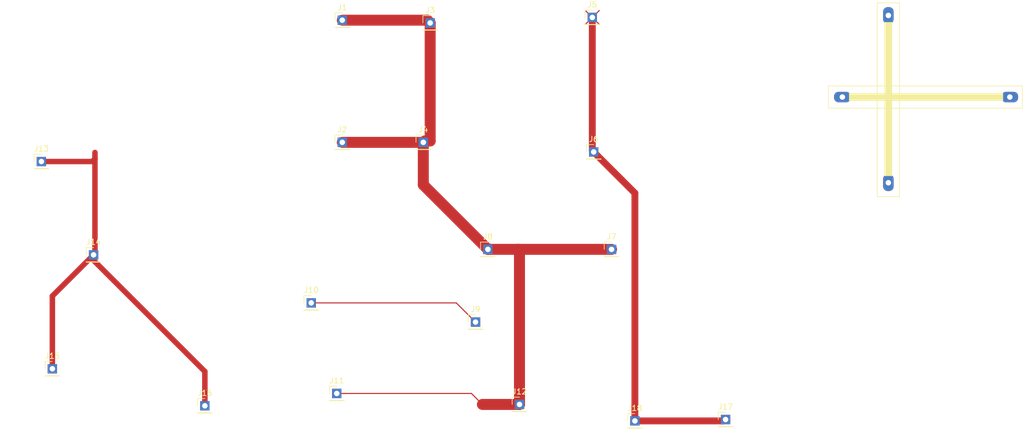
<source format=kicad_pcb>
(kicad_pcb (version 20240108) (generator "pcbnew") (generator_version "8.0")
  (layers (0 "F.Cu" signal) (31 "B.Cu" signal) (34 "B.Paste" user) (35 "F.Paste" user) (36 "B.SilkS" user "B.Silkscreen") (37 "F.SilkS" user "F.Silkscreen") (38 "B.Mask" user) (39 "F.Mask" user) (44 "Edge.Cuts" user))
  (net 0 "")
  (net 1 "Global_1")
  (net 2 "/net_2")
  (net 3 "Global_2")
  (net 4 "/net_3")
  (footprint "Connector_PinHeader_2.54mm:PinHeader_1x01_P2.54mm_Vertical" (layer "F.Cu") (at 135.25 82)
    (property "Reference" "J2" (at 0 -2.33 0) (layer "F.SilkS"))
    (property "Value" "Conn_01x01_Socket")
    (fp_line (start -1.33 -1.33) (end 0 -1.33) (stroke (width 0.12)) (layer "F.SilkS"))
    (fp_line (start -1.33 0) (end -1.33 -1.33) (stroke (width 0.12)) (layer "F.SilkS"))
    (fp_line (start -1.33 1.27) (end -1.33 1.33) (stroke (width 0.12)) (layer "F.SilkS"))
    (fp_line (start -1.33 1.27) (end 1.33 1.27) (stroke (width 0.12)) (layer "F.SilkS"))
    (fp_line (start -1.33 1.33) (end 1.33 1.33) (stroke (width 0.12)) (layer "F.SilkS"))
    (fp_line (start 1.33 1.27) (end 1.33 1.33) (stroke (width 0.12)) (layer "F.SilkS"))
    (pad "1" thru_hole rect (at 0 0) (size 1.7 1.7) (drill 1) (layers "*.Cu" "*.Mask") (net 1 "Global_1"))
  )
  (footprint "Connector_PinHeader_2.54mm:PinHeader_1x01_P2.54mm_Vertical" (layer "F.Cu") (at 135.25 59.75)
    (property "Reference" "J1" (at 0 -2.33 0) (layer "F.SilkS"))
    (property "Value" "Conn_01x01_Socket")
    (fp_line (start -1.33 -1.33) (end 0 -1.33) (stroke (width 0.12)) (layer "F.SilkS"))
    (fp_line (start -1.33 0) (end -1.33 -1.33) (stroke (width 0.12)) (layer "F.SilkS"))
    (fp_line (start -1.33 1.27) (end -1.33 1.33) (stroke (width 0.12)) (layer "F.SilkS"))
    (fp_line (start -1.33 1.27) (end 1.33 1.27) (stroke (width 0.12)) (layer "F.SilkS"))
    (fp_line (start -1.33 1.33) (end 1.33 1.33) (stroke (width 0.12)) (layer "F.SilkS"))
    (fp_line (start 1.33 1.27) (end 1.33 1.33) (stroke (width 0.12)) (layer "F.SilkS"))
    (pad "1" thru_hole rect (at 0 0) (size 1.7 1.7) (drill 1) (layers "*.Cu" "*.Mask") (net 1 "Global_1"))
  )
  (footprint "Connector_PinHeader_2.54mm:PinHeader_1x01_P2.54mm_Vertical" (layer "F.Cu") (at 110.25 130)
    (property "Reference" "J16" (at 0 -2.33 0) (layer "F.SilkS"))
    (property "Value" "Conn_01x01_Socket")
    (fp_line (start -1.33 -1.33) (end 0 -1.33) (stroke (width 0.12)) (layer "F.SilkS"))
    (fp_line (start -1.33 0) (end -1.33 -1.33) (stroke (width 0.12)) (layer "F.SilkS"))
    (fp_line (start -1.33 1.27) (end -1.33 1.33) (stroke (width 0.12)) (layer "F.SilkS"))
    (fp_line (start -1.33 1.27) (end 1.33 1.27) (stroke (width 0.12)) (layer "F.SilkS"))
    (fp_line (start -1.33 1.33) (end 1.33 1.33) (stroke (width 0.12)) (layer "F.SilkS"))
    (fp_line (start 1.33 1.27) (end 1.33 1.33) (stroke (width 0.12)) (layer "F.SilkS"))
    (pad "1" thru_hole rect (at 0 0) (size 1.7 1.7) (drill 1) (layers "*.Cu" "*.Mask") (net 4 "/net_3"))
  )
  (footprint "Connector_PinHeader_2.54mm:PinHeader_1x01_P2.54mm_Vertical" (layer "F.Cu") (at 159.5 114.75)
    (property "Reference" "J9" (at 0 -2.33 0) (layer "F.SilkS"))
    (property "Value" "Conn_01x01_Socket")
    (fp_line (start -1.33 -1.33) (end 0 -1.33) (stroke (width 0.12)) (layer "F.SilkS"))
    (fp_line (start -1.33 0) (end -1.33 -1.33) (stroke (width 0.12)) (layer "F.SilkS"))
    (fp_line (start -1.33 1.27) (end -1.33 1.33) (stroke (width 0.12)) (layer "F.SilkS"))
    (fp_line (start -1.33 1.27) (end 1.33 1.27) (stroke (width 0.12)) (layer "F.SilkS"))
    (fp_line (start -1.33 1.33) (end 1.33 1.33) (stroke (width 0.12)) (layer "F.SilkS"))
    (fp_line (start 1.33 1.27) (end 1.33 1.33) (stroke (width 0.12)) (layer "F.SilkS"))
    (pad "1" thru_hole rect (at 0 0) (size 1.7 1.7) (drill 1) (layers "*.Cu" "*.Mask") (net 3 "Global_2"))
  )
  (footprint "Connector_PinHeader_2.54mm:PinHeader_1x01_P2.54mm_Vertical" (layer "F.Cu") (at 167.5 129.75)
    (property "Reference" "J12" (at 0 -2.33 0) (layer "F.SilkS"))
    (property "Value" "Conn_01x01_Socket")
    (fp_line (start -1.33 -1.33) (end 0 -1.33) (stroke (width 0.12)) (layer "F.SilkS"))
    (fp_line (start -1.33 0) (end -1.33 -1.33) (stroke (width 0.12)) (layer "F.SilkS"))
    (fp_line (start -1.33 1.27) (end -1.33 1.33) (stroke (width 0.12)) (layer "F.SilkS"))
    (fp_line (start -1.33 1.27) (end 1.33 1.27) (stroke (width 0.12)) (layer "F.SilkS"))
    (fp_line (start -1.33 1.33) (end 1.33 1.33) (stroke (width 0.12)) (layer "F.SilkS"))
    (fp_line (start 1.33 1.27) (end 1.33 1.33) (stroke (width 0.12)) (layer "F.SilkS"))
    (pad "1" thru_hole rect (at 0 0) (size 1.7 1.7) (drill 1) (layers "*.Cu" "*.Mask") (net 1 "Global_1"))
  )
  (footprint "Connector_PinHeader_2.54mm:PinHeader_1x01_P2.54mm_Vertical" (layer "F.Cu") (at 134.25 127.75)
    (property "Reference" "J11" (at 0 -2.33 0) (layer "F.SilkS"))
    (property "Value" "Conn_01x01_Socket")
    (fp_line (start -1.33 -1.33) (end 0 -1.33) (stroke (width 0.12)) (layer "F.SilkS"))
    (fp_line (start -1.33 0) (end -1.33 -1.33) (stroke (width 0.12)) (layer "F.SilkS"))
    (fp_line (start -1.33 1.27) (end -1.33 1.33) (stroke (width 0.12)) (layer "F.SilkS"))
    (fp_line (start -1.33 1.27) (end 1.33 1.27) (stroke (width 0.12)) (layer "F.SilkS"))
    (fp_line (start -1.33 1.33) (end 1.33 1.33) (stroke (width 0.12)) (layer "F.SilkS"))
    (fp_line (start 1.33 1.27) (end 1.33 1.33) (stroke (width 0.12)) (layer "F.SilkS"))
    (pad "1" thru_hole rect (at 0 0) (size 1.7 1.7) (drill 1) (layers "*.Cu" "*.Mask") (net 1 "Global_1"))
  )
  (footprint "Connector_PinHeader_2.54mm:PinHeader_1x01_P2.54mm_Vertical" (layer "F.Cu") (at 181 83.75)
    (property "Reference" "J6" (at 0 -2.33 0) (layer "F.SilkS"))
    (property "Value" "Conn_01x01_Socket")
    (fp_line (start -1.33 -1.33) (end 0 -1.33) (stroke (width 0.12)) (layer "F.SilkS"))
    (fp_line (start -1.33 0) (end -1.33 -1.33) (stroke (width 0.12)) (layer "F.SilkS"))
    (fp_line (start -1.33 1.27) (end -1.33 1.33) (stroke (width 0.12)) (layer "F.SilkS"))
    (fp_line (start -1.33 1.27) (end 1.33 1.27) (stroke (width 0.12)) (layer "F.SilkS"))
    (fp_line (start -1.33 1.33) (end 1.33 1.33) (stroke (width 0.12)) (layer "F.SilkS"))
    (fp_line (start 1.33 1.27) (end 1.33 1.33) (stroke (width 0.12)) (layer "F.SilkS"))
    (pad "1" thru_hole rect (at 0 0) (size 1.7 1.7) (drill 1) (layers "*.Cu" "*.Mask") (net 2 "/net_2"))
  )
  (footprint "JumperWires:Jumper-Wire_30mm_Blue" (layer "F.Cu") (at 234.627 89.363 90)
    (property "Reference" "REF**" (hide yes))
    (property "Value" "Jumper-Wire_30mm_Blue")
    (fp_line (start 32.766 -2.032) (end 32.766 2.032) (stroke (width 0.12)) (layer "F.SilkS"))
    (fp_line (start -2.54 -2.032) (end 32.766 -2.032) (stroke (width 0.12)) (layer "F.SilkS"))
    (fp_line (start 32.766 2.032) (end -2.54 2.032) (stroke (width 0.12)) (layer "F.SilkS"))
    (fp_line (start -2.54 2.032) (end -2.54 -2.032) (stroke (width 0.12)) (layer "F.SilkS"))
    (fp_poly (pts (xy 29.21 0.635) (xy 1.27 0.635) (xy 1.27 -0.635) (xy 29.21 -0.635)) (stroke (width 0.1)) (fill solid) (layer "F.SilkS"))
    (pad "1" thru_hole roundrect (at 0 0 90) (size 3 1.9) (drill 1) (layers "In1.Cu" "In2.Cu" "In3.Cu" "In4.Cu" "In5.Cu" "In6.Cu" "In7.Cu" "In8.Cu" "In9.Cu" "In10.Cu" "In11.Cu" "In12.Cu" "In13.Cu" "In14.Cu" "In15.Cu" "In16.Cu" "In17.Cu" "In18.Cu" "In19.Cu" "In20.Cu" "In21.Cu" "In22.Cu" "In23.Cu" "In24.Cu" "In25.Cu" "In26.Cu" "In27.Cu" "In28.Cu" "In29.Cu" "In30.Cu" "B.Cu") (roundrect_rratio 0.421))
    (pad "2" thru_hole roundrect (at 30.48 0 90) (size 3 1.9) (drill 1) (layers "In1.Cu" "In2.Cu" "In3.Cu" "In4.Cu" "In5.Cu" "In6.Cu" "In7.Cu" "In8.Cu" "In9.Cu" "In10.Cu" "In11.Cu" "In12.Cu" "In13.Cu" "In14.Cu" "In15.Cu" "In16.Cu" "In17.Cu" "In18.Cu" "In19.Cu" "In20.Cu" "In21.Cu" "In22.Cu" "In23.Cu" "In24.Cu" "In25.Cu" "In26.Cu" "In27.Cu" "In28.Cu" "In29.Cu" "In30.Cu" "B.Cu") (roundrect_rratio 0.421))
  )
  (footprint "Connector_PinHeader_2.54mm:PinHeader_1x01_P2.54mm_Vertical" (layer "F.Cu") (at 82.5 123.25)
    (property "Reference" "J15" (at 0 -2.33 0) (layer "F.SilkS"))
    (property "Value" "Conn_01x01_Socket")
    (fp_line (start -1.33 -1.33) (end 0 -1.33) (stroke (width 0.12)) (layer "F.SilkS"))
    (fp_line (start -1.33 0) (end -1.33 -1.33) (stroke (width 0.12)) (layer "F.SilkS"))
    (fp_line (start -1.33 1.27) (end -1.33 1.33) (stroke (width 0.12)) (layer "F.SilkS"))
    (fp_line (start -1.33 1.27) (end 1.33 1.27) (stroke (width 0.12)) (layer "F.SilkS"))
    (fp_line (start -1.33 1.33) (end 1.33 1.33) (stroke (width 0.12)) (layer "F.SilkS"))
    (fp_line (start 1.33 1.27) (end 1.33 1.33) (stroke (width 0.12)) (layer "F.SilkS"))
    (pad "1" thru_hole rect (at 0 0) (size 1.7 1.7) (drill 1) (layers "*.Cu" "*.Mask") (net 4 "/net_3"))
  )
  (footprint "Connector_PinHeader_2.54mm:PinHeader_1x01_P2.54mm_Vertical" (layer "F.Cu") (at 129.6 111.25)
    (property "Reference" "J10" (at 0 -2.33 0) (layer "F.SilkS"))
    (property "Value" "Conn_01x01_Socket")
    (fp_line (start -1.33 -1.33) (end 0 -1.33) (stroke (width 0.12)) (layer "F.SilkS"))
    (fp_line (start -1.33 0) (end -1.33 -1.33) (stroke (width 0.12)) (layer "F.SilkS"))
    (fp_line (start -1.33 1.27) (end -1.33 1.33) (stroke (width 0.12)) (layer "F.SilkS"))
    (fp_line (start -1.33 1.27) (end 1.33 1.27) (stroke (width 0.12)) (layer "F.SilkS"))
    (fp_line (start -1.33 1.33) (end 1.33 1.33) (stroke (width 0.12)) (layer "F.SilkS"))
    (fp_line (start 1.33 1.27) (end 1.33 1.33) (stroke (width 0.12)) (layer "F.SilkS"))
    (pad "1" thru_hole rect (at 0 0) (size 1.7 1.7) (drill 1) (layers "*.Cu" "*.Mask") (net 3 "Global_2"))
  )
  (footprint "Connector_PinHeader_2.54mm:PinHeader_1x01_P2.54mm_Vertical" (layer "F.Cu") (at 90 102.5)
    (property "Reference" "J14" (at 0 -2.33 0) (layer "F.SilkS"))
    (property "Value" "Conn_01x01_Socket")
    (fp_line (start -1.33 -1.33) (end 0 -1.33) (stroke (width 0.12)) (layer "F.SilkS"))
    (fp_line (start -1.33 0) (end -1.33 -1.33) (stroke (width 0.12)) (layer "F.SilkS"))
    (fp_line (start -1.33 1.27) (end -1.33 1.33) (stroke (width 0.12)) (layer "F.SilkS"))
    (fp_line (start -1.33 1.27) (end 1.33 1.27) (stroke (width 0.12)) (layer "F.SilkS"))
    (fp_line (start -1.33 1.33) (end 1.33 1.33) (stroke (width 0.12)) (layer "F.SilkS"))
    (fp_line (start 1.33 1.27) (end 1.33 1.33) (stroke (width 0.12)) (layer "F.SilkS"))
    (pad "1" thru_hole rect (at 0 0) (size 1.7 1.7) (drill 1) (layers "*.Cu" "*.Mask") (net 4 "/net_3"))
  )
  (footprint "Connector_PinHeader_2.54mm:PinHeader_1x01_P2.54mm_Vertical" (layer "F.Cu") (at 184.25 101.5)
    (property "Reference" "J7" (at 0 -2.33 0) (layer "F.SilkS"))
    (property "Value" "Conn_01x01_Socket")
    (fp_line (start -1.33 -1.33) (end 0 -1.33) (stroke (width 0.12)) (layer "F.SilkS"))
    (fp_line (start -1.33 0) (end -1.33 -1.33) (stroke (width 0.12)) (layer "F.SilkS"))
    (fp_line (start -1.33 1.27) (end -1.33 1.33) (stroke (width 0.12)) (layer "F.SilkS"))
    (fp_line (start -1.33 1.27) (end 1.33 1.27) (stroke (width 0.12)) (layer "F.SilkS"))
    (fp_line (start -1.33 1.33) (end 1.33 1.33) (stroke (width 0.12)) (layer "F.SilkS"))
    (fp_line (start 1.33 1.27) (end 1.33 1.33) (stroke (width 0.12)) (layer "F.SilkS"))
    (pad "1" thru_hole rect (at 0 0) (size 1.7 1.7) (drill 1) (layers "*.Cu" "*.Mask") (net 1 "Global_1"))
  )
  (footprint "Connector_PinHeader_2.54mm:PinHeader_1x01_P2.54mm_Vertical" (layer "F.Cu") (at 180.75 59.25)
    (property "Reference" "J5" (at 0 -2.33 0) (layer "F.SilkS"))
    (property "Value" "Conn_01x01_Socket")
    (fp_line (start -1.33 -1.33) (end 0 -1.33) (stroke (width 0.12)) (layer "F.SilkS"))
    (fp_line (start -1.33 0) (end -1.33 -1.33) (stroke (width 0.12)) (layer "F.SilkS"))
    (fp_line (start -1.33 1.27) (end -1.33 1.33) (stroke (width 0.12)) (layer "F.SilkS"))
    (fp_line (start -1.33 1.27) (end 1.33 1.27) (stroke (width 0.12)) (layer "F.SilkS"))
    (fp_line (start -1.33 1.33) (end 1.33 1.33) (stroke (width 0.12)) (layer "F.SilkS"))
    (fp_line (start 1.33 1.27) (end 1.33 1.33) (stroke (width 0.12)) (layer "F.SilkS"))
    (pad "1" thru_hole rect (at 0 0) (size 1.7 1.7) (drill 1) (layers "*.Cu" "*.Mask") (net 2 "/net_2"))
  )
  (footprint "Connector_PinHeader_2.54mm:PinHeader_1x01_P2.54mm_Vertical" (layer "F.Cu") (at 205 132.5)
    (property "Reference" "J17" (at 0 -2.33 0) (layer "F.SilkS"))
    (property "Value" "Conn_01x01_Socket")
    (fp_line (start -1.33 -1.33) (end 0 -1.33) (stroke (width 0.12)) (layer "F.SilkS"))
    (fp_line (start -1.33 0) (end -1.33 -1.33) (stroke (width 0.12)) (layer "F.SilkS"))
    (fp_line (start -1.33 1.27) (end -1.33 1.33) (stroke (width 0.12)) (layer "F.SilkS"))
    (fp_line (start -1.33 1.27) (end 1.33 1.27) (stroke (width 0.12)) (layer "F.SilkS"))
    (fp_line (start -1.33 1.33) (end 1.33 1.33) (stroke (width 0.12)) (layer "F.SilkS"))
    (fp_line (start 1.33 1.27) (end 1.33 1.33) (stroke (width 0.12)) (layer "F.SilkS"))
    (pad "1" thru_hole rect (at 0 0) (size 1.7 1.7) (drill 1) (layers "*.Cu" "*.Mask") (net 2 "/net_2"))
  )
  (footprint "Connector_PinHeader_2.54mm:PinHeader_1x01_P2.54mm_Vertical" (layer "F.Cu") (at 161.75 101.5)
    (property "Reference" "J8" (at 0 -2.33 0) (layer "F.SilkS"))
    (property "Value" "Conn_01x01_Socket")
    (fp_line (start -1.33 -1.33) (end 0 -1.33) (stroke (width 0.12)) (layer "F.SilkS"))
    (fp_line (start -1.33 0) (end -1.33 -1.33) (stroke (width 0.12)) (layer "F.SilkS"))
    (fp_line (start -1.33 1.27) (end -1.33 1.33) (stroke (width 0.12)) (layer "F.SilkS"))
    (fp_line (start -1.33 1.27) (end 1.33 1.27) (stroke (width 0.12)) (layer "F.SilkS"))
    (fp_line (start -1.33 1.33) (end 1.33 1.33) (stroke (width 0.12)) (layer "F.SilkS"))
    (fp_line (start 1.33 1.27) (end 1.33 1.33) (stroke (width 0.12)) (layer "F.SilkS"))
    (pad "1" thru_hole rect (at 0 0) (size 1.7 1.7) (drill 1) (layers "*.Cu" "*.Mask") (net 1 "Global_1"))
  )
  (footprint "JumperWires:Jumper-Wire_30mm_Blue" (layer "F.Cu") (at 226.25 73.75)
    (property "Reference" "REF**" (hide yes))
    (property "Value" "Jumper-Wire_30mm_Blue")
    (fp_line (start -2.54 -2.032) (end 32.766 -2.032) (stroke (width 0.12)) (layer "F.SilkS"))
    (fp_line (start -2.54 2.032) (end -2.54 -2.032) (stroke (width 0.12)) (layer "F.SilkS"))
    (fp_line (start 32.766 -2.032) (end 32.766 2.032) (stroke (width 0.12)) (layer "F.SilkS"))
    (fp_line (start 32.766 2.032) (end -2.54 2.032) (stroke (width 0.12)) (layer "F.SilkS"))
    (fp_poly (pts (xy 29.21 0.635) (xy 1.27 0.635) (xy 1.27 -0.635) (xy 29.21 -0.635)) (stroke (width 0.1)) (fill solid) (layer "F.SilkS"))
    (pad "1" thru_hole roundrect (at 0 0) (size 3 1.9) (drill 1) (layers "B.Cu") (roundrect_rratio 0.421))
    (pad "2" thru_hole roundrect (at 30.48 0) (size 3 1.9) (drill 1) (layers "B.Cu") (roundrect_rratio 0.421))
  )
  (footprint "Connector_PinHeader_2.54mm:PinHeader_1x01_P2.54mm_Vertical" (layer "F.Cu") (at 150 82)
    (property "Reference" "J4" (at 0 -2.33 0) (layer "F.SilkS"))
    (property "Value" "Conn_01x01_Socket")
    (fp_line (start -1.33 -1.33) (end 0 -1.33) (stroke (width 0.12)) (layer "F.SilkS"))
    (fp_line (start -1.33 0) (end -1.33 -1.33) (stroke (width 0.12)) (layer "F.SilkS"))
    (fp_line (start -1.33 1.27) (end -1.33 1.33) (stroke (width 0.12)) (layer "F.SilkS"))
    (fp_line (start -1.33 1.27) (end 1.33 1.27) (stroke (width 0.12)) (layer "F.SilkS"))
    (fp_line (start -1.33 1.33) (end 1.33 1.33) (stroke (width 0.12)) (layer "F.SilkS"))
    (fp_line (start 1.33 1.27) (end 1.33 1.33) (stroke (width 0.12)) (layer "F.SilkS"))
    (pad "1" thru_hole rect (at 0 0) (size 1.7 1.7) (drill 1) (layers "*.Cu" "*.Mask") (net 1 "Global_1"))
  )
  (footprint "Connector_PinHeader_2.54mm:PinHeader_1x01_P2.54mm_Vertical" (layer "F.Cu") (at 80.5 85.5)
    (property "Reference" "J13" (at 0 -2.33 0) (layer "F.SilkS"))
    (property "Value" "Conn_01x01_Socket")
    (fp_line (start -1.33 -1.33) (end 0 -1.33) (stroke (width 0.12)) (layer "F.SilkS"))
    (fp_line (start -1.33 0) (end -1.33 -1.33) (stroke (width 0.12)) (layer "F.SilkS"))
    (fp_line (start -1.33 1.27) (end -1.33 1.33) (stroke (width 0.12)) (layer "F.SilkS"))
    (fp_line (start -1.33 1.27) (end 1.33 1.27) (stroke (width 0.12)) (layer "F.SilkS"))
    (fp_line (start -1.33 1.33) (end 1.33 1.33) (stroke (width 0.12)) (layer "F.SilkS"))
    (fp_line (start 1.33 1.27) (end 1.33 1.33) (stroke (width 0.12)) (layer "F.SilkS"))
    (pad "1" thru_hole rect (at 0 0) (size 1.7 1.7) (drill 1) (layers "*.Cu" "*.Mask") (net 4 "/net_3"))
  )
  (footprint "Connector_PinHeader_2.54mm:PinHeader_1x01_P2.54mm_Vertical" (layer "F.Cu") (at 188.5 132.75)
    (property "Reference" "J18" (at 0 -2.33 0) (layer "F.SilkS"))
    (property "Value" "Conn_01x01_Socket")
    (fp_line (start -1.33 -1.33) (end 0 -1.33) (stroke (width 0.12)) (layer "F.SilkS"))
    (fp_line (start -1.33 0) (end -1.33 -1.33) (stroke (width 0.12)) (layer "F.SilkS"))
    (fp_line (start -1.33 1.27) (end -1.33 1.33) (stroke (width 0.12)) (layer "F.SilkS"))
    (fp_line (start -1.33 1.27) (end 1.33 1.27) (stroke (width 0.12)) (layer "F.SilkS"))
    (fp_line (start -1.33 1.33) (end 1.33 1.33) (stroke (width 0.12)) (layer "F.SilkS"))
    (fp_line (start 1.33 1.27) (end 1.33 1.33) (stroke (width 0.12)) (layer "F.SilkS"))
    (pad "1" thru_hole rect (at 0 0) (size 1.7 1.7) (drill 1) (layers "*.Cu" "*.Mask") (net 2 "/net_2"))
  )
  (footprint "Connector_PinHeader_2.54mm:PinHeader_1x01_P2.54mm_Vertical" (layer "F.Cu") (at 151.25 60.25)
    (property "Reference" "J3" (at 0 -2.33 0) (layer "F.SilkS"))
    (property "Value" "Conn_01x01_Socket")
    (fp_line (start -1.33 -1.33) (end 0 -1.33) (stroke (width 0.12)) (layer "F.SilkS"))
    (fp_line (start -1.33 0) (end -1.33 -1.33) (stroke (width 0.12)) (layer "F.SilkS"))
    (fp_line (start -1.33 1.27) (end -1.33 1.33) (stroke (width 0.12)) (layer "F.SilkS"))
    (fp_line (start -1.33 1.27) (end 1.33 1.27) (stroke (width 0.12)) (layer "F.SilkS"))
    (fp_line (start -1.33 1.33) (end 1.33 1.33) (stroke (width 0.12)) (layer "F.SilkS"))
    (fp_line (start 1.33 1.27) (end 1.33 1.33) (stroke (width 0.12)) (layer "F.SilkS"))
    (pad "1" thru_hole rect (at 0 0) (size 1.7 1.7) (drill 1) (layers "*.Cu" "*.Mask") (net 1 "Global_1"))
  )
  (dimension (type center) (layer "F.Cu") (pts (xy 180.75 59.25) (xy 182.02 60.52)) (style (thickness 0.2) (arrow_length 1.27) (text_position_mode 0) (extension_offset 0.5) keep_text_aligned))
  (segment (start 167.5 129.75) (end 167.5 101.75) (width 2) (layer "F.Cu") (net 1))
  (segment (start 158.75 127.75) (end 160.75 129.75) (width 0.2) (layer "F.Cu") (net 1))
  (segment (start 134.25 127.75) (end 158.75 127.75) (width 0.2) (layer "F.Cu") (net 1))
  (segment (start 151.25 81.75) (end 150.25 81.75) (width 2) (layer "F.Cu") (net 1))
  (segment (start 167.5 101.75) (end 167.25 101.5) (width 2) (layer "F.Cu") (net 1))
  (segment (start 161.75 101.5) (end 167.25 101.5) (width 2) (layer "F.Cu") (net 1))
  (segment (start 150 82) (end 150 89.75) (width 2) (layer "F.Cu") (net 1))
  (segment (start 150 89.75) (end 161.75 101.5) (width 2) (layer "F.Cu") (net 1))
  (segment (start 135.25 82) (end 150 82) (width 2) (layer "F.Cu") (net 1))
  (segment (start 167.25 101.5) (end 184.25 101.5) (width 2) (layer "F.Cu") (net 1))
  (segment (start 167.5 129.75) (end 160.75 129.75) (width 2) (layer "F.Cu") (net 1))
  (segment (start 150.75 59.75) (end 151.25 60.25) (width 2) (layer "F.Cu") (net 1))
  (segment (start 151.25 60.25) (end 151.25 81.75) (width 2) (layer "F.Cu") (net 1))
  (segment (start 135.25 59.75) (end 150.75 59.75) (width 2) (layer "F.Cu") (net 1))
  (segment (start 180.75 59.25) (end 180.75 83.5) (width 1.25) (layer "F.Cu") (net 2))
  (segment (start 204.5 132.75) (end 188.5 132.75) (width 1.25) (layer "F.Cu") (net 2))
  (segment (start 205 132.5) (end 204.75 132.5) (width 1.25) (layer "F.Cu") (net 2))
  (segment (start 180.75 83.5) (end 181 83.75) (width 1.25) (layer "F.Cu") (net 2))
  (segment (start 188.5 91.25) (end 181 83.75) (width 1.25) (layer "F.Cu") (net 2))
  (segment (start 188.5 132.75) (end 188.5 91.25) (width 1.25) (layer "F.Cu") (net 2))
  (segment (start 204.75 132.5) (end 204.5 132.75) (width 1.25) (layer "F.Cu") (net 2))
  (segment (start 129.6 111.25) (end 156 111.25) (width 0.2) (layer "F.Cu") (net 3))
  (segment (start 156 111.25) (end 159.5 114.75) (width 0.2) (layer "F.Cu") (net 3))
  (segment (start 80.5 85.5) (end 89.75 85.5) (width 1) (layer "F.Cu") (net 4))
  (segment (start 110.25 123.75) (end 110.25 130) (width 1) (layer "F.Cu") (net 4))
  (segment (start 89.75 85.5) (end 90.25 85) (width 1) (layer "F.Cu") (net 4))
  (segment (start 90 102.5) (end 90 103.5) (width 1) (layer "F.Cu") (net 4))
  (segment (start 90.25 85) (end 90.25 102.25) (width 1) (layer "F.Cu") (net 4))
  (segment (start 82.5 123.25) (end 82.5 110) (width 1) (layer "F.Cu") (net 4))
  (segment (start 90 103.5) (end 110.25 123.75) (width 1) (layer "F.Cu") (net 4))
  (segment (start 90.25 102.25) (end 90 102.5) (width 1) (layer "F.Cu") (net 4))
  (segment (start 82.5 110) (end 90 102.5) (width 1) (layer "F.Cu") (net 4))
  (segment (start 90.25 83.85) (end 90.25 85) (width 1) (layer "F.Cu") (net 4))
)
</source>
